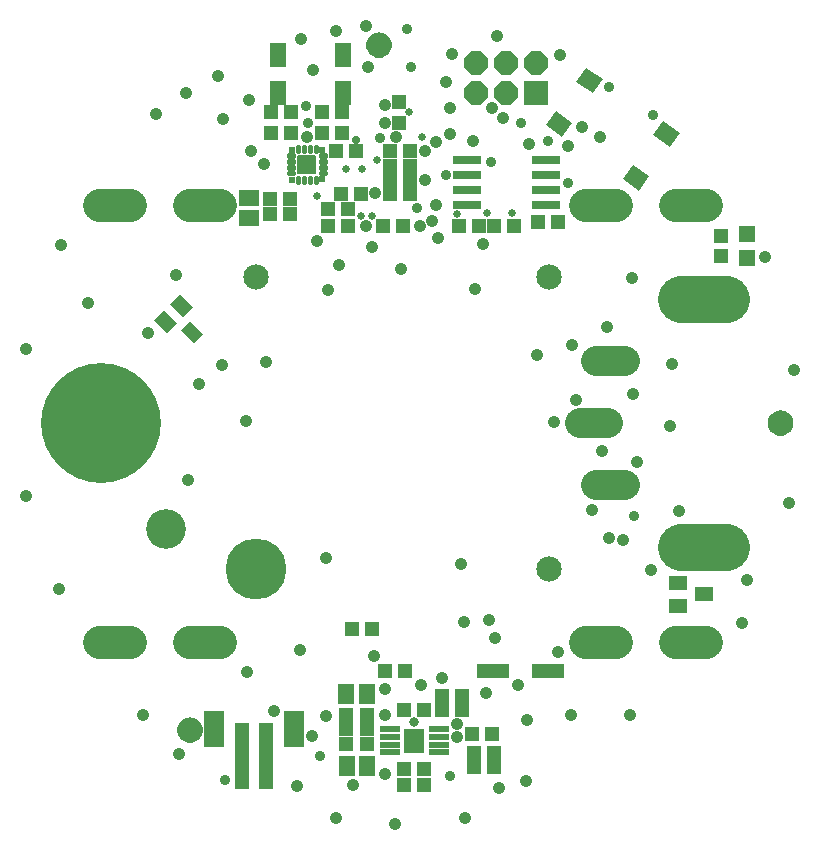
<source format=gts>
G75*
%MOIN*%
%OFA0B0*%
%FSLAX24Y24*%
%IPPOS*%
%LPD*%
%AMOC8*
5,1,8,0,0,1.08239X$1,22.5*
%
%ADD10C,0.1320*%
%ADD11C,0.0162*%
%ADD12R,0.0194X0.0194*%
%ADD13C,0.0050*%
%ADD14R,0.0493X0.0454*%
%ADD15R,0.0454X0.0493*%
%ADD16C,0.3997*%
%ADD17C,0.1005*%
%ADD18C,0.1562*%
%ADD19R,0.0930X0.0300*%
%ADD20R,0.0800X0.0800*%
%ADD21OC8,0.0800*%
%ADD22R,0.0651X0.0572*%
%ADD23R,0.0454X0.0611*%
%ADD24C,0.1110*%
%ADD25R,0.0572X0.0651*%
%ADD26R,0.0454X0.2225*%
%ADD27R,0.0690X0.1241*%
%ADD28R,0.0670X0.0572*%
%ADD29R,0.1084X0.0454*%
%ADD30R,0.0572X0.0808*%
%ADD31R,0.0611X0.0454*%
%ADD32C,0.0847*%
%ADD33C,0.2029*%
%ADD34R,0.0690X0.0217*%
%ADD35R,0.0678X0.0804*%
%ADD36R,0.0532X0.0532*%
%ADD37C,0.0357*%
%ADD38C,0.0414*%
%ADD39C,0.0260*%
%ADD40C,0.0278*%
%ADD41C,0.0317*%
D10*
X006086Y010416D03*
D11*
X010471Y021987D02*
X010479Y021987D01*
X010471Y021987D02*
X010471Y022125D01*
X010479Y022125D01*
X010479Y021987D01*
X010668Y021987D02*
X010676Y021987D01*
X010668Y021987D02*
X010668Y022125D01*
X010676Y022125D01*
X010676Y021987D01*
X010865Y021987D02*
X010873Y021987D01*
X010865Y021987D02*
X010865Y022125D01*
X010873Y022125D01*
X010873Y021987D01*
X011062Y021987D02*
X011070Y021987D01*
X011062Y021987D02*
X011062Y022125D01*
X011070Y022125D01*
X011070Y021987D01*
X011227Y022282D02*
X011227Y022290D01*
X011365Y022290D01*
X011365Y022282D01*
X011227Y022282D01*
X011227Y022479D02*
X011227Y022487D01*
X011365Y022487D01*
X011365Y022479D01*
X011227Y022479D01*
X011227Y022676D02*
X011227Y022684D01*
X011365Y022684D01*
X011365Y022676D01*
X011227Y022676D01*
X011227Y022873D02*
X011227Y022881D01*
X011365Y022881D01*
X011365Y022873D01*
X011227Y022873D01*
X011070Y023176D02*
X011062Y023176D01*
X011070Y023176D02*
X011070Y023038D01*
X011062Y023038D01*
X011062Y023176D01*
X010873Y023176D02*
X010865Y023176D01*
X010873Y023176D02*
X010873Y023038D01*
X010865Y023038D01*
X010865Y023176D01*
X010676Y023176D02*
X010668Y023176D01*
X010676Y023176D02*
X010676Y023038D01*
X010668Y023038D01*
X010668Y023176D01*
X010479Y023176D02*
X010471Y023176D01*
X010479Y023176D02*
X010479Y023038D01*
X010471Y023038D01*
X010471Y023176D01*
X010314Y022881D02*
X010314Y022873D01*
X010176Y022873D01*
X010176Y022881D01*
X010314Y022881D01*
X010314Y022684D02*
X010314Y022676D01*
X010176Y022676D01*
X010176Y022684D01*
X010314Y022684D01*
X010314Y022487D02*
X010314Y022479D01*
X010176Y022479D01*
X010176Y022487D01*
X010314Y022487D01*
X010314Y022290D02*
X010314Y022282D01*
X010176Y022282D01*
X010176Y022290D01*
X010314Y022290D01*
D12*
X010273Y022080D03*
X011269Y022084D03*
X011269Y023080D03*
X010273Y023080D03*
D13*
X010483Y022869D02*
X010483Y022294D01*
X011058Y022294D01*
X011058Y022869D01*
X010483Y022869D01*
X010483Y022830D02*
X011058Y022830D01*
X011058Y022781D02*
X010483Y022781D01*
X010483Y022733D02*
X011058Y022733D01*
X011058Y022684D02*
X010483Y022684D01*
X010483Y022636D02*
X011058Y022636D01*
X011058Y022587D02*
X010483Y022587D01*
X010483Y022539D02*
X011058Y022539D01*
X011058Y022490D02*
X010483Y022490D01*
X010483Y022442D02*
X011058Y022442D01*
X011058Y022393D02*
X010483Y022393D01*
X010483Y022345D02*
X011058Y022345D01*
X011058Y022296D02*
X010483Y022296D01*
X012975Y026217D02*
X013037Y026188D01*
X013104Y026170D01*
X013172Y026164D01*
X013240Y026170D01*
X013307Y026188D01*
X013369Y026217D01*
X013425Y026256D01*
X013474Y026305D01*
X013513Y026361D01*
X013542Y026423D01*
X013560Y026490D01*
X013566Y026558D01*
X013560Y026626D01*
X013542Y026693D01*
X013513Y026755D01*
X013474Y026811D01*
X013425Y026860D01*
X013369Y026899D01*
X013307Y026928D01*
X013240Y026946D01*
X013172Y026952D01*
X013104Y026946D01*
X013037Y026928D01*
X012975Y026899D01*
X012919Y026860D01*
X012871Y026811D01*
X012831Y026755D01*
X012802Y026693D01*
X012784Y026626D01*
X012778Y026558D01*
X012784Y026490D01*
X012802Y026423D01*
X012831Y026361D01*
X012871Y026305D01*
X012919Y026256D01*
X012975Y026217D01*
X012964Y026225D02*
X013380Y026225D01*
X013442Y026273D02*
X012902Y026273D01*
X012859Y026322D02*
X013485Y026322D01*
X013517Y026370D02*
X012827Y026370D01*
X012804Y026419D02*
X013540Y026419D01*
X013554Y026467D02*
X012790Y026467D01*
X012782Y026516D02*
X013562Y026516D01*
X013565Y026564D02*
X012779Y026564D01*
X012783Y026613D02*
X013561Y026613D01*
X013551Y026661D02*
X012794Y026661D01*
X012810Y026710D02*
X013534Y026710D01*
X013511Y026758D02*
X012834Y026758D01*
X012867Y026807D02*
X013477Y026807D01*
X013430Y026855D02*
X012915Y026855D01*
X012985Y026904D02*
X013359Y026904D01*
X013263Y026176D02*
X013082Y026176D01*
X026256Y014213D02*
X026217Y014156D01*
X026188Y014094D01*
X026170Y014028D01*
X026164Y013960D01*
X026170Y013891D01*
X026188Y013825D01*
X026217Y013763D01*
X026256Y013706D01*
X026305Y013658D01*
X026361Y013619D01*
X026423Y013590D01*
X026490Y013572D01*
X026558Y013566D01*
X026626Y013572D01*
X026693Y013590D01*
X026755Y013619D01*
X026811Y013658D01*
X026860Y013706D01*
X026899Y013763D01*
X026928Y013825D01*
X026946Y013891D01*
X026952Y013960D01*
X026946Y014028D01*
X026928Y014094D01*
X026899Y014156D01*
X026860Y014213D01*
X026811Y014261D01*
X026755Y014300D01*
X026693Y014329D01*
X026626Y014347D01*
X026558Y014353D01*
X026490Y014347D01*
X026423Y014329D01*
X026361Y014300D01*
X026305Y014261D01*
X026256Y014213D01*
X026245Y014197D02*
X026871Y014197D01*
X026903Y014148D02*
X026213Y014148D01*
X026191Y014100D02*
X026925Y014100D01*
X026939Y014051D02*
X026176Y014051D01*
X026168Y014003D02*
X026948Y014003D01*
X026951Y013954D02*
X026165Y013954D01*
X026169Y013906D02*
X026947Y013906D01*
X026937Y013857D02*
X026179Y013857D01*
X026196Y013809D02*
X026920Y013809D01*
X026897Y013760D02*
X026219Y013760D01*
X026253Y013712D02*
X026863Y013712D01*
X026816Y013663D02*
X026300Y013663D01*
X026370Y013615D02*
X026746Y013615D01*
X026561Y013566D02*
X026555Y013566D01*
X026289Y014245D02*
X026827Y014245D01*
X026765Y014294D02*
X026351Y014294D01*
X026470Y014342D02*
X026646Y014342D01*
X007214Y003920D02*
X007243Y003858D01*
X007261Y003792D01*
X007267Y003723D01*
X007261Y003655D01*
X007243Y003589D01*
X007214Y003526D01*
X007175Y003470D01*
X007126Y003422D01*
X007070Y003382D01*
X007008Y003353D01*
X006941Y003336D01*
X006873Y003330D01*
X006805Y003336D01*
X006738Y003353D01*
X006676Y003382D01*
X006620Y003422D01*
X006571Y003470D01*
X006532Y003526D01*
X006503Y003589D01*
X006485Y003655D01*
X006479Y003723D01*
X006485Y003792D01*
X006503Y003858D01*
X006532Y003920D01*
X006571Y003976D01*
X006620Y004025D01*
X006676Y004064D01*
X006738Y004093D01*
X006805Y004111D01*
X006873Y004117D01*
X006941Y004111D01*
X007008Y004093D01*
X007070Y004064D01*
X007126Y004025D01*
X007175Y003976D01*
X007214Y003920D01*
X007216Y003915D02*
X006529Y003915D01*
X006507Y003866D02*
X007239Y003866D01*
X007254Y003818D02*
X006492Y003818D01*
X006483Y003769D02*
X007263Y003769D01*
X007266Y003721D02*
X006479Y003721D01*
X006484Y003672D02*
X007262Y003672D01*
X007252Y003624D02*
X006494Y003624D01*
X006509Y003575D02*
X007237Y003575D01*
X007214Y003527D02*
X006532Y003527D01*
X006566Y003478D02*
X007180Y003478D01*
X007134Y003430D02*
X006612Y003430D01*
X006679Y003381D02*
X007067Y003381D01*
X006906Y003333D02*
X006840Y003333D01*
X006562Y003963D02*
X007184Y003963D01*
X007139Y004012D02*
X006606Y004012D01*
X006670Y004060D02*
X007076Y004060D01*
X006951Y004109D02*
X006795Y004109D01*
D14*
X012089Y004235D03*
X012089Y003763D03*
X012089Y003251D03*
X012759Y003251D03*
X012759Y003763D03*
X012759Y004235D03*
X014019Y004393D03*
X014688Y004393D03*
X015278Y004393D03*
X015278Y004865D03*
X015948Y004865D03*
X015948Y004393D03*
X016263Y003605D03*
X016341Y002975D03*
X016341Y002503D03*
X017011Y002503D03*
X017011Y002975D03*
X016932Y003605D03*
X014688Y002424D03*
X014688Y001912D03*
X014019Y001912D03*
X014019Y002424D03*
X014058Y005692D03*
X013389Y005692D03*
X012956Y007109D03*
X012286Y007109D03*
X012129Y020534D03*
X012129Y021086D03*
X011893Y021597D03*
X012562Y021597D03*
X013546Y021597D03*
X013546Y022070D03*
X013546Y022542D03*
X013546Y023015D03*
X014215Y023015D03*
X014215Y022542D03*
X014215Y022070D03*
X014215Y021597D03*
X013979Y020534D03*
X013310Y020534D03*
X011460Y020534D03*
X011460Y021086D03*
X010200Y020928D03*
X010200Y021440D03*
X009530Y021440D03*
X009530Y020928D03*
X011751Y023026D03*
X011936Y023645D03*
X012420Y023026D03*
X011267Y023645D03*
X011263Y024314D03*
X011932Y024314D03*
X010239Y024314D03*
X009570Y024314D03*
X009570Y023645D03*
X010239Y023645D03*
X015830Y020534D03*
X016499Y020534D03*
X017011Y020534D03*
X017680Y020534D03*
X018467Y020652D03*
X019137Y020652D03*
D15*
X013841Y023979D03*
X013841Y024649D03*
X024589Y020200D03*
X024589Y019530D03*
D16*
X003920Y013960D03*
D17*
X019865Y013960D02*
X020810Y013960D01*
X020420Y016026D02*
X021365Y016026D01*
X021365Y011893D02*
X020420Y011893D01*
D18*
X023248Y009826D02*
X024750Y009826D01*
X024750Y018093D02*
X023248Y018093D01*
D19*
X018754Y021241D03*
X018754Y021741D03*
X018754Y022241D03*
X018754Y022741D03*
X016104Y022741D03*
X016104Y022241D03*
X016104Y021741D03*
X016104Y021241D03*
D20*
X018424Y024956D03*
D21*
X018424Y025956D03*
X017424Y025956D03*
X016424Y025956D03*
X016424Y024956D03*
X017424Y024956D03*
D22*
X008841Y021460D03*
X008841Y020790D03*
D23*
G36*
X006219Y017932D02*
X006540Y018253D01*
X006971Y017822D01*
X006650Y017501D01*
X006219Y017932D01*
G37*
G36*
X005690Y017403D02*
X006011Y017724D01*
X006442Y017293D01*
X006121Y016972D01*
X005690Y017403D01*
G37*
G36*
X006567Y017055D02*
X006888Y017376D01*
X007319Y016945D01*
X006998Y016624D01*
X006567Y017055D01*
G37*
D24*
X006835Y021243D02*
X007885Y021243D01*
X004885Y021243D02*
X003835Y021243D01*
X003835Y006676D02*
X004885Y006676D01*
X006835Y006676D02*
X007885Y006676D01*
X020035Y006676D02*
X021085Y006676D01*
X023035Y006676D02*
X024085Y006676D01*
X024085Y021243D02*
X023035Y021243D01*
X021085Y021243D02*
X020035Y021243D01*
D25*
X012759Y004944D03*
X012089Y004944D03*
X012093Y002519D03*
X012763Y002519D03*
D26*
X009393Y002877D03*
X008605Y002877D03*
D27*
X007660Y003763D03*
X010337Y003763D03*
D28*
G36*
X021851Y021713D02*
X021303Y022097D01*
X021631Y022565D01*
X022179Y022181D01*
X021851Y021713D01*
G37*
G36*
X022867Y023165D02*
X022319Y023549D01*
X022647Y024017D01*
X023195Y023633D01*
X022867Y023165D01*
G37*
G36*
X020304Y024960D02*
X019756Y025344D01*
X020084Y025812D01*
X020632Y025428D01*
X020304Y024960D01*
G37*
G36*
X019287Y023509D02*
X018739Y023893D01*
X019067Y024361D01*
X019615Y023977D01*
X019287Y023509D01*
G37*
D29*
X018802Y005692D03*
X016991Y005692D03*
D30*
X011971Y024975D03*
X011971Y026235D03*
X009806Y026235D03*
X009806Y024975D03*
D31*
X023133Y008625D03*
X023133Y007877D03*
X023999Y008251D03*
D32*
X018830Y009090D03*
X018830Y018830D03*
X009090Y018830D03*
D33*
X009090Y009090D03*
D34*
X013526Y003753D03*
X013526Y003497D03*
X013526Y003241D03*
X013526Y002985D03*
X015180Y002985D03*
X015180Y003241D03*
X015180Y003497D03*
X015180Y003753D03*
D35*
X014353Y003369D03*
D36*
X025456Y019452D03*
X025456Y020278D03*
D37*
X022306Y024215D03*
X020849Y025160D03*
X018802Y023349D03*
X017924Y023975D03*
X016912Y022680D03*
X015416Y022227D03*
X014432Y021125D03*
X013215Y023463D03*
X010802Y023956D03*
X010731Y024515D03*
X014117Y027089D03*
X014247Y025830D03*
X019471Y021952D03*
X021680Y010873D03*
X015534Y002188D03*
X011204Y002877D03*
X008054Y002070D03*
D38*
X005298Y004215D03*
X006515Y002920D03*
X008763Y005652D03*
X009668Y004353D03*
X010952Y003542D03*
X011420Y004188D03*
X013369Y004235D03*
X013369Y005101D03*
X013011Y006184D03*
X014589Y005235D03*
X015278Y005475D03*
X016731Y004960D03*
X017798Y005219D03*
X018113Y004078D03*
X019570Y004235D03*
X021538Y004235D03*
X019137Y006322D03*
X017050Y006794D03*
X016834Y007385D03*
X016007Y007345D03*
X015908Y009274D03*
X020274Y011066D03*
X020849Y010141D03*
X021322Y010062D03*
X022227Y009078D03*
X023164Y011015D03*
X021774Y012660D03*
X022865Y013853D03*
X021656Y014944D03*
X022936Y015928D03*
X020790Y017149D03*
X019605Y016562D03*
X018428Y016243D03*
X019747Y014727D03*
X018999Y014007D03*
X020593Y013015D03*
X025436Y008743D03*
X025278Y007306D03*
X026853Y011282D03*
X027011Y015731D03*
X026026Y019511D03*
X021617Y018802D03*
X019471Y023211D03*
X019944Y023818D03*
X020534Y023487D03*
X018172Y023251D03*
X017306Y024117D03*
X016928Y024448D03*
X016322Y023349D03*
X015534Y023586D03*
X015062Y023330D03*
X014708Y023015D03*
X014708Y022070D03*
X015064Y021241D03*
X014944Y020692D03*
X014550Y020515D03*
X015141Y020121D03*
X013920Y019097D03*
X012956Y019826D03*
X012739Y020534D03*
X013054Y021617D03*
X013731Y023487D03*
X013369Y023960D03*
X013365Y024554D03*
X012818Y025818D03*
X011731Y027019D03*
X012747Y027204D03*
X010991Y025719D03*
X010578Y026751D03*
X008834Y024747D03*
X007989Y024111D03*
X008924Y023015D03*
X009353Y022582D03*
X010771Y023487D03*
X007802Y025530D03*
X006755Y024963D03*
X005731Y024255D03*
X002582Y019885D03*
X003487Y017956D03*
X005475Y016952D03*
X007168Y015259D03*
X007956Y015889D03*
X009393Y015987D03*
X008743Y014038D03*
X006794Y012070D03*
X011420Y009471D03*
X010554Y006400D03*
X013369Y002267D03*
X012306Y001912D03*
X011755Y000798D03*
X010456Y001873D03*
X013723Y000613D03*
X016058Y000782D03*
X017168Y001794D03*
X018074Y002030D03*
X015771Y003487D03*
X015790Y003920D03*
X002503Y008428D03*
X001400Y011538D03*
X001400Y016420D03*
X006420Y018881D03*
X011105Y020023D03*
X011853Y019235D03*
X011479Y018389D03*
X016361Y018428D03*
X016637Y019924D03*
X015534Y024452D03*
X015416Y025318D03*
X015613Y026263D03*
X017109Y026853D03*
X019196Y026223D03*
D39*
X014609Y023487D03*
X014176Y024314D03*
X013113Y022739D03*
X012601Y022424D03*
X012089Y022424D03*
X011105Y021519D03*
X010913Y022444D03*
X010908Y022719D03*
X010633Y022719D03*
X010633Y022444D03*
X012562Y020849D03*
X012956Y020849D03*
X015790Y020928D03*
X016774Y020967D03*
X017601Y020967D03*
D40*
X012424Y023408D03*
D41*
X014334Y003999D03*
M02*

</source>
